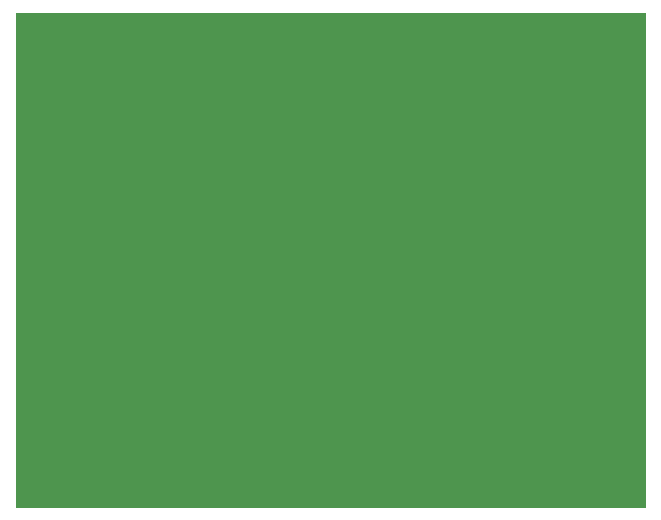
<source format=gbr>
G04 EAGLE Gerber RS-274X export*
G75*
%MOMM*%
%FSLAX34Y34*%
%LPD*%
%INBottom Copper*%
%IPPOS*%
%AMOC8*
5,1,8,0,0,1.08239X$1,22.5*%
G01*
G04 Define Apertures*
G36*
X1218735Y431860D02*
X1218438Y431800D01*
X686562Y431800D01*
X686287Y431851D01*
X686032Y432015D01*
X685860Y432265D01*
X685800Y432562D01*
X685800Y850138D01*
X685851Y850413D01*
X686015Y850668D01*
X686265Y850840D01*
X686562Y850900D01*
X1218438Y850900D01*
X1218713Y850849D01*
X1218968Y850685D01*
X1219140Y850435D01*
X1219200Y850138D01*
X1219200Y432562D01*
X1219149Y432287D01*
X1218985Y432032D01*
X1218735Y431860D01*
G37*
M02*

</source>
